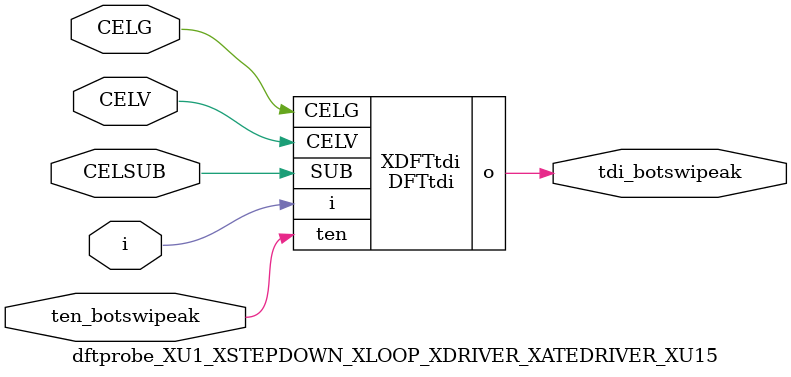
<source format=v>


module DFTtdi ( o, CELV, SUB, i, ten, CELG );

  input CELV;
  input ten;
  input i;
  output o;
  input CELG;
  input SUB;
endmodule


module dftprobe_XU1_XSTEPDOWN_XLOOP_XDRIVER_XATEDRIVER_XU15 (i,tdi_botswipeak,ten_botswipeak,CELG,CELSUB,CELV);
input  i;
output  tdi_botswipeak;
input  ten_botswipeak;
input  CELG;
input  CELSUB;
input  CELV;

DFTtdi XDFTtdi(
  .i (i),
  .o (tdi_botswipeak),
  .ten (ten_botswipeak),
  .CELG (CELG),
  .SUB (CELSUB),
  .CELV (CELV)
);

endmodule


</source>
